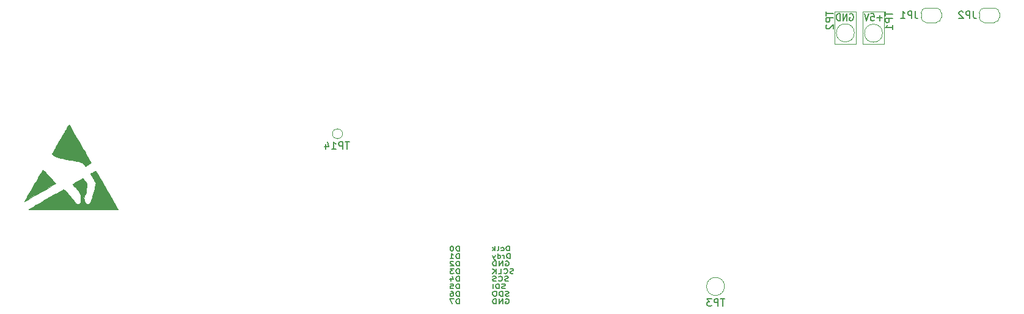
<source format=gbr>
%TF.GenerationSoftware,KiCad,Pcbnew,8.0.1*%
%TF.CreationDate,2024-06-09T19:14:10+02:00*%
%TF.ProjectId,daqIONA,64617149-4f4e-4412-9e6b-696361645f70,rev?*%
%TF.SameCoordinates,Original*%
%TF.FileFunction,Legend,Bot*%
%TF.FilePolarity,Positive*%
%FSLAX46Y46*%
G04 Gerber Fmt 4.6, Leading zero omitted, Abs format (unit mm)*
G04 Created by KiCad (PCBNEW 8.0.1) date 2024-06-09 19:14:10*
%MOMM*%
%LPD*%
G01*
G04 APERTURE LIST*
%ADD10C,0.100000*%
%ADD11C,0.150000*%
%ADD12C,0.145000*%
%ADD13C,0.120000*%
%ADD14C,0.010000*%
G04 APERTURE END LIST*
D10*
X192487500Y-96780000D02*
X195487500Y-96780000D01*
X195487500Y-101280000D01*
X192487500Y-101280000D01*
X192487500Y-96780000D01*
X188587500Y-96780000D02*
X191587500Y-96780000D01*
X191587500Y-101280000D01*
X188587500Y-101280000D01*
X188587500Y-96780000D01*
D11*
X195168280Y-97675116D02*
X194482566Y-97675116D01*
X194825423Y-98056069D02*
X194825423Y-97294164D01*
X193625422Y-97056069D02*
X194053994Y-97056069D01*
X194053994Y-97056069D02*
X194096851Y-97532259D01*
X194096851Y-97532259D02*
X194053994Y-97484640D01*
X194053994Y-97484640D02*
X193968280Y-97437021D01*
X193968280Y-97437021D02*
X193753994Y-97437021D01*
X193753994Y-97437021D02*
X193668280Y-97484640D01*
X193668280Y-97484640D02*
X193625422Y-97532259D01*
X193625422Y-97532259D02*
X193582565Y-97627497D01*
X193582565Y-97627497D02*
X193582565Y-97865592D01*
X193582565Y-97865592D02*
X193625422Y-97960830D01*
X193625422Y-97960830D02*
X193668280Y-98008450D01*
X193668280Y-98008450D02*
X193753994Y-98056069D01*
X193753994Y-98056069D02*
X193968280Y-98056069D01*
X193968280Y-98056069D02*
X194053994Y-98008450D01*
X194053994Y-98008450D02*
X194096851Y-97960830D01*
X193325422Y-97056069D02*
X193025422Y-98056069D01*
X193025422Y-98056069D02*
X192725422Y-97056069D01*
X190703101Y-97097438D02*
X190788816Y-97049819D01*
X190788816Y-97049819D02*
X190917387Y-97049819D01*
X190917387Y-97049819D02*
X191045958Y-97097438D01*
X191045958Y-97097438D02*
X191131673Y-97192676D01*
X191131673Y-97192676D02*
X191174530Y-97287914D01*
X191174530Y-97287914D02*
X191217387Y-97478390D01*
X191217387Y-97478390D02*
X191217387Y-97621247D01*
X191217387Y-97621247D02*
X191174530Y-97811723D01*
X191174530Y-97811723D02*
X191131673Y-97906961D01*
X191131673Y-97906961D02*
X191045958Y-98002200D01*
X191045958Y-98002200D02*
X190917387Y-98049819D01*
X190917387Y-98049819D02*
X190831673Y-98049819D01*
X190831673Y-98049819D02*
X190703101Y-98002200D01*
X190703101Y-98002200D02*
X190660244Y-97954580D01*
X190660244Y-97954580D02*
X190660244Y-97621247D01*
X190660244Y-97621247D02*
X190831673Y-97621247D01*
X190274530Y-98049819D02*
X190274530Y-97049819D01*
X190274530Y-97049819D02*
X189760244Y-98049819D01*
X189760244Y-98049819D02*
X189760244Y-97049819D01*
X189331673Y-98049819D02*
X189331673Y-97049819D01*
X189331673Y-97049819D02*
X189117387Y-97049819D01*
X189117387Y-97049819D02*
X188988816Y-97097438D01*
X188988816Y-97097438D02*
X188903101Y-97192676D01*
X188903101Y-97192676D02*
X188860244Y-97287914D01*
X188860244Y-97287914D02*
X188817387Y-97478390D01*
X188817387Y-97478390D02*
X188817387Y-97621247D01*
X188817387Y-97621247D02*
X188860244Y-97811723D01*
X188860244Y-97811723D02*
X188903101Y-97906961D01*
X188903101Y-97906961D02*
X188988816Y-98002200D01*
X188988816Y-98002200D02*
X189117387Y-98049819D01*
X189117387Y-98049819D02*
X189331673Y-98049819D01*
D12*
X143574917Y-129927664D02*
X143574917Y-129277664D01*
X143574917Y-129277664D02*
X143372536Y-129277664D01*
X143372536Y-129277664D02*
X143251107Y-129308616D01*
X143251107Y-129308616D02*
X143170155Y-129370521D01*
X143170155Y-129370521D02*
X143129678Y-129432426D01*
X143129678Y-129432426D02*
X143089202Y-129556235D01*
X143089202Y-129556235D02*
X143089202Y-129649092D01*
X143089202Y-129649092D02*
X143129678Y-129772902D01*
X143129678Y-129772902D02*
X143170155Y-129834807D01*
X143170155Y-129834807D02*
X143251107Y-129896712D01*
X143251107Y-129896712D02*
X143372536Y-129927664D01*
X143372536Y-129927664D02*
X143574917Y-129927664D01*
X142360631Y-129896712D02*
X142441583Y-129927664D01*
X142441583Y-129927664D02*
X142603488Y-129927664D01*
X142603488Y-129927664D02*
X142684440Y-129896712D01*
X142684440Y-129896712D02*
X142724917Y-129865759D01*
X142724917Y-129865759D02*
X142765393Y-129803854D01*
X142765393Y-129803854D02*
X142765393Y-129618140D01*
X142765393Y-129618140D02*
X142724917Y-129556235D01*
X142724917Y-129556235D02*
X142684440Y-129525283D01*
X142684440Y-129525283D02*
X142603488Y-129494331D01*
X142603488Y-129494331D02*
X142441583Y-129494331D01*
X142441583Y-129494331D02*
X142360631Y-129525283D01*
X141874917Y-129927664D02*
X141955869Y-129896712D01*
X141955869Y-129896712D02*
X141996346Y-129834807D01*
X141996346Y-129834807D02*
X141996346Y-129277664D01*
X141551108Y-129927664D02*
X141551108Y-129277664D01*
X141470155Y-129680045D02*
X141227298Y-129927664D01*
X141227298Y-129494331D02*
X141551108Y-129741950D01*
X143655870Y-130974128D02*
X143655870Y-130324128D01*
X143655870Y-130324128D02*
X143453489Y-130324128D01*
X143453489Y-130324128D02*
X143332060Y-130355080D01*
X143332060Y-130355080D02*
X143251108Y-130416985D01*
X143251108Y-130416985D02*
X143210631Y-130478890D01*
X143210631Y-130478890D02*
X143170155Y-130602699D01*
X143170155Y-130602699D02*
X143170155Y-130695556D01*
X143170155Y-130695556D02*
X143210631Y-130819366D01*
X143210631Y-130819366D02*
X143251108Y-130881271D01*
X143251108Y-130881271D02*
X143332060Y-130943176D01*
X143332060Y-130943176D02*
X143453489Y-130974128D01*
X143453489Y-130974128D02*
X143655870Y-130974128D01*
X142805870Y-130974128D02*
X142805870Y-130540795D01*
X142805870Y-130664604D02*
X142765393Y-130602699D01*
X142765393Y-130602699D02*
X142724917Y-130571747D01*
X142724917Y-130571747D02*
X142643965Y-130540795D01*
X142643965Y-130540795D02*
X142563012Y-130540795D01*
X141915394Y-130974128D02*
X141915394Y-130324128D01*
X141915394Y-130943176D02*
X141996346Y-130974128D01*
X141996346Y-130974128D02*
X142158251Y-130974128D01*
X142158251Y-130974128D02*
X142239203Y-130943176D01*
X142239203Y-130943176D02*
X142279680Y-130912223D01*
X142279680Y-130912223D02*
X142320156Y-130850318D01*
X142320156Y-130850318D02*
X142320156Y-130664604D01*
X142320156Y-130664604D02*
X142279680Y-130602699D01*
X142279680Y-130602699D02*
X142239203Y-130571747D01*
X142239203Y-130571747D02*
X142158251Y-130540795D01*
X142158251Y-130540795D02*
X141996346Y-130540795D01*
X141996346Y-130540795D02*
X141915394Y-130571747D01*
X141591584Y-130540795D02*
X141389203Y-130974128D01*
X141186822Y-130540795D02*
X141389203Y-130974128D01*
X141389203Y-130974128D02*
X141470155Y-131128890D01*
X141470155Y-131128890D02*
X141510632Y-131159842D01*
X141510632Y-131159842D02*
X141591584Y-131190795D01*
X143008250Y-131401544D02*
X143089203Y-131370592D01*
X143089203Y-131370592D02*
X143210631Y-131370592D01*
X143210631Y-131370592D02*
X143332060Y-131401544D01*
X143332060Y-131401544D02*
X143413012Y-131463449D01*
X143413012Y-131463449D02*
X143453489Y-131525354D01*
X143453489Y-131525354D02*
X143493965Y-131649163D01*
X143493965Y-131649163D02*
X143493965Y-131742020D01*
X143493965Y-131742020D02*
X143453489Y-131865830D01*
X143453489Y-131865830D02*
X143413012Y-131927735D01*
X143413012Y-131927735D02*
X143332060Y-131989640D01*
X143332060Y-131989640D02*
X143210631Y-132020592D01*
X143210631Y-132020592D02*
X143129679Y-132020592D01*
X143129679Y-132020592D02*
X143008250Y-131989640D01*
X143008250Y-131989640D02*
X142967774Y-131958687D01*
X142967774Y-131958687D02*
X142967774Y-131742020D01*
X142967774Y-131742020D02*
X143129679Y-131742020D01*
X142603489Y-132020592D02*
X142603489Y-131370592D01*
X142603489Y-131370592D02*
X142117774Y-132020592D01*
X142117774Y-132020592D02*
X142117774Y-131370592D01*
X141713013Y-132020592D02*
X141713013Y-131370592D01*
X141713013Y-131370592D02*
X141510632Y-131370592D01*
X141510632Y-131370592D02*
X141389203Y-131401544D01*
X141389203Y-131401544D02*
X141308251Y-131463449D01*
X141308251Y-131463449D02*
X141267774Y-131525354D01*
X141267774Y-131525354D02*
X141227298Y-131649163D01*
X141227298Y-131649163D02*
X141227298Y-131742020D01*
X141227298Y-131742020D02*
X141267774Y-131865830D01*
X141267774Y-131865830D02*
X141308251Y-131927735D01*
X141308251Y-131927735D02*
X141389203Y-131989640D01*
X141389203Y-131989640D02*
X141510632Y-132020592D01*
X141510632Y-132020592D02*
X141713013Y-132020592D01*
X144101108Y-133036104D02*
X143979679Y-133067056D01*
X143979679Y-133067056D02*
X143777298Y-133067056D01*
X143777298Y-133067056D02*
X143696346Y-133036104D01*
X143696346Y-133036104D02*
X143655870Y-133005151D01*
X143655870Y-133005151D02*
X143615393Y-132943246D01*
X143615393Y-132943246D02*
X143615393Y-132881342D01*
X143615393Y-132881342D02*
X143655870Y-132819437D01*
X143655870Y-132819437D02*
X143696346Y-132788484D01*
X143696346Y-132788484D02*
X143777298Y-132757532D01*
X143777298Y-132757532D02*
X143939203Y-132726580D01*
X143939203Y-132726580D02*
X144020155Y-132695627D01*
X144020155Y-132695627D02*
X144060632Y-132664675D01*
X144060632Y-132664675D02*
X144101108Y-132602770D01*
X144101108Y-132602770D02*
X144101108Y-132540865D01*
X144101108Y-132540865D02*
X144060632Y-132478961D01*
X144060632Y-132478961D02*
X144020155Y-132448008D01*
X144020155Y-132448008D02*
X143939203Y-132417056D01*
X143939203Y-132417056D02*
X143736822Y-132417056D01*
X143736822Y-132417056D02*
X143615393Y-132448008D01*
X142765393Y-133005151D02*
X142805869Y-133036104D01*
X142805869Y-133036104D02*
X142927298Y-133067056D01*
X142927298Y-133067056D02*
X143008250Y-133067056D01*
X143008250Y-133067056D02*
X143129679Y-133036104D01*
X143129679Y-133036104D02*
X143210631Y-132974199D01*
X143210631Y-132974199D02*
X143251108Y-132912294D01*
X143251108Y-132912294D02*
X143291584Y-132788484D01*
X143291584Y-132788484D02*
X143291584Y-132695627D01*
X143291584Y-132695627D02*
X143251108Y-132571818D01*
X143251108Y-132571818D02*
X143210631Y-132509913D01*
X143210631Y-132509913D02*
X143129679Y-132448008D01*
X143129679Y-132448008D02*
X143008250Y-132417056D01*
X143008250Y-132417056D02*
X142927298Y-132417056D01*
X142927298Y-132417056D02*
X142805869Y-132448008D01*
X142805869Y-132448008D02*
X142765393Y-132478961D01*
X141996346Y-133067056D02*
X142401108Y-133067056D01*
X142401108Y-133067056D02*
X142401108Y-132417056D01*
X141713013Y-133067056D02*
X141713013Y-132417056D01*
X141227298Y-133067056D02*
X141591584Y-132695627D01*
X141227298Y-132417056D02*
X141713013Y-132788484D01*
X143372537Y-134082568D02*
X143251108Y-134113520D01*
X143251108Y-134113520D02*
X143048727Y-134113520D01*
X143048727Y-134113520D02*
X142967775Y-134082568D01*
X142967775Y-134082568D02*
X142927299Y-134051615D01*
X142927299Y-134051615D02*
X142886822Y-133989710D01*
X142886822Y-133989710D02*
X142886822Y-133927806D01*
X142886822Y-133927806D02*
X142927299Y-133865901D01*
X142927299Y-133865901D02*
X142967775Y-133834948D01*
X142967775Y-133834948D02*
X143048727Y-133803996D01*
X143048727Y-133803996D02*
X143210632Y-133773044D01*
X143210632Y-133773044D02*
X143291584Y-133742091D01*
X143291584Y-133742091D02*
X143332061Y-133711139D01*
X143332061Y-133711139D02*
X143372537Y-133649234D01*
X143372537Y-133649234D02*
X143372537Y-133587329D01*
X143372537Y-133587329D02*
X143332061Y-133525425D01*
X143332061Y-133525425D02*
X143291584Y-133494472D01*
X143291584Y-133494472D02*
X143210632Y-133463520D01*
X143210632Y-133463520D02*
X143008251Y-133463520D01*
X143008251Y-133463520D02*
X142886822Y-133494472D01*
X142036822Y-134051615D02*
X142077298Y-134082568D01*
X142077298Y-134082568D02*
X142198727Y-134113520D01*
X142198727Y-134113520D02*
X142279679Y-134113520D01*
X142279679Y-134113520D02*
X142401108Y-134082568D01*
X142401108Y-134082568D02*
X142482060Y-134020663D01*
X142482060Y-134020663D02*
X142522537Y-133958758D01*
X142522537Y-133958758D02*
X142563013Y-133834948D01*
X142563013Y-133834948D02*
X142563013Y-133742091D01*
X142563013Y-133742091D02*
X142522537Y-133618282D01*
X142522537Y-133618282D02*
X142482060Y-133556377D01*
X142482060Y-133556377D02*
X142401108Y-133494472D01*
X142401108Y-133494472D02*
X142279679Y-133463520D01*
X142279679Y-133463520D02*
X142198727Y-133463520D01*
X142198727Y-133463520D02*
X142077298Y-133494472D01*
X142077298Y-133494472D02*
X142036822Y-133525425D01*
X141713013Y-134082568D02*
X141591584Y-134113520D01*
X141591584Y-134113520D02*
X141389203Y-134113520D01*
X141389203Y-134113520D02*
X141308251Y-134082568D01*
X141308251Y-134082568D02*
X141267775Y-134051615D01*
X141267775Y-134051615D02*
X141227298Y-133989710D01*
X141227298Y-133989710D02*
X141227298Y-133927806D01*
X141227298Y-133927806D02*
X141267775Y-133865901D01*
X141267775Y-133865901D02*
X141308251Y-133834948D01*
X141308251Y-133834948D02*
X141389203Y-133803996D01*
X141389203Y-133803996D02*
X141551108Y-133773044D01*
X141551108Y-133773044D02*
X141632060Y-133742091D01*
X141632060Y-133742091D02*
X141672537Y-133711139D01*
X141672537Y-133711139D02*
X141713013Y-133649234D01*
X141713013Y-133649234D02*
X141713013Y-133587329D01*
X141713013Y-133587329D02*
X141672537Y-133525425D01*
X141672537Y-133525425D02*
X141632060Y-133494472D01*
X141632060Y-133494472D02*
X141551108Y-133463520D01*
X141551108Y-133463520D02*
X141348727Y-133463520D01*
X141348727Y-133463520D02*
X141227298Y-133494472D01*
X142967775Y-135129032D02*
X142846346Y-135159984D01*
X142846346Y-135159984D02*
X142643965Y-135159984D01*
X142643965Y-135159984D02*
X142563013Y-135129032D01*
X142563013Y-135129032D02*
X142522537Y-135098079D01*
X142522537Y-135098079D02*
X142482060Y-135036174D01*
X142482060Y-135036174D02*
X142482060Y-134974270D01*
X142482060Y-134974270D02*
X142522537Y-134912365D01*
X142522537Y-134912365D02*
X142563013Y-134881412D01*
X142563013Y-134881412D02*
X142643965Y-134850460D01*
X142643965Y-134850460D02*
X142805870Y-134819508D01*
X142805870Y-134819508D02*
X142886822Y-134788555D01*
X142886822Y-134788555D02*
X142927299Y-134757603D01*
X142927299Y-134757603D02*
X142967775Y-134695698D01*
X142967775Y-134695698D02*
X142967775Y-134633793D01*
X142967775Y-134633793D02*
X142927299Y-134571889D01*
X142927299Y-134571889D02*
X142886822Y-134540936D01*
X142886822Y-134540936D02*
X142805870Y-134509984D01*
X142805870Y-134509984D02*
X142603489Y-134509984D01*
X142603489Y-134509984D02*
X142482060Y-134540936D01*
X142117775Y-135159984D02*
X142117775Y-134509984D01*
X142117775Y-134509984D02*
X141915394Y-134509984D01*
X141915394Y-134509984D02*
X141793965Y-134540936D01*
X141793965Y-134540936D02*
X141713013Y-134602841D01*
X141713013Y-134602841D02*
X141672536Y-134664746D01*
X141672536Y-134664746D02*
X141632060Y-134788555D01*
X141632060Y-134788555D02*
X141632060Y-134881412D01*
X141632060Y-134881412D02*
X141672536Y-135005222D01*
X141672536Y-135005222D02*
X141713013Y-135067127D01*
X141713013Y-135067127D02*
X141793965Y-135129032D01*
X141793965Y-135129032D02*
X141915394Y-135159984D01*
X141915394Y-135159984D02*
X142117775Y-135159984D01*
X141267775Y-135159984D02*
X141267775Y-134509984D01*
X143453489Y-136175496D02*
X143332060Y-136206448D01*
X143332060Y-136206448D02*
X143129679Y-136206448D01*
X143129679Y-136206448D02*
X143048727Y-136175496D01*
X143048727Y-136175496D02*
X143008251Y-136144543D01*
X143008251Y-136144543D02*
X142967774Y-136082638D01*
X142967774Y-136082638D02*
X142967774Y-136020734D01*
X142967774Y-136020734D02*
X143008251Y-135958829D01*
X143008251Y-135958829D02*
X143048727Y-135927876D01*
X143048727Y-135927876D02*
X143129679Y-135896924D01*
X143129679Y-135896924D02*
X143291584Y-135865972D01*
X143291584Y-135865972D02*
X143372536Y-135835019D01*
X143372536Y-135835019D02*
X143413013Y-135804067D01*
X143413013Y-135804067D02*
X143453489Y-135742162D01*
X143453489Y-135742162D02*
X143453489Y-135680257D01*
X143453489Y-135680257D02*
X143413013Y-135618353D01*
X143413013Y-135618353D02*
X143372536Y-135587400D01*
X143372536Y-135587400D02*
X143291584Y-135556448D01*
X143291584Y-135556448D02*
X143089203Y-135556448D01*
X143089203Y-135556448D02*
X142967774Y-135587400D01*
X142603489Y-136206448D02*
X142603489Y-135556448D01*
X142603489Y-135556448D02*
X142401108Y-135556448D01*
X142401108Y-135556448D02*
X142279679Y-135587400D01*
X142279679Y-135587400D02*
X142198727Y-135649305D01*
X142198727Y-135649305D02*
X142158250Y-135711210D01*
X142158250Y-135711210D02*
X142117774Y-135835019D01*
X142117774Y-135835019D02*
X142117774Y-135927876D01*
X142117774Y-135927876D02*
X142158250Y-136051686D01*
X142158250Y-136051686D02*
X142198727Y-136113591D01*
X142198727Y-136113591D02*
X142279679Y-136175496D01*
X142279679Y-136175496D02*
X142401108Y-136206448D01*
X142401108Y-136206448D02*
X142603489Y-136206448D01*
X141591584Y-135556448D02*
X141429679Y-135556448D01*
X141429679Y-135556448D02*
X141348727Y-135587400D01*
X141348727Y-135587400D02*
X141267774Y-135649305D01*
X141267774Y-135649305D02*
X141227298Y-135773115D01*
X141227298Y-135773115D02*
X141227298Y-135989781D01*
X141227298Y-135989781D02*
X141267774Y-136113591D01*
X141267774Y-136113591D02*
X141348727Y-136175496D01*
X141348727Y-136175496D02*
X141429679Y-136206448D01*
X141429679Y-136206448D02*
X141591584Y-136206448D01*
X141591584Y-136206448D02*
X141672536Y-136175496D01*
X141672536Y-136175496D02*
X141753489Y-136113591D01*
X141753489Y-136113591D02*
X141793965Y-135989781D01*
X141793965Y-135989781D02*
X141793965Y-135773115D01*
X141793965Y-135773115D02*
X141753489Y-135649305D01*
X141753489Y-135649305D02*
X141672536Y-135587400D01*
X141672536Y-135587400D02*
X141591584Y-135556448D01*
X143008250Y-136633864D02*
X143089203Y-136602912D01*
X143089203Y-136602912D02*
X143210631Y-136602912D01*
X143210631Y-136602912D02*
X143332060Y-136633864D01*
X143332060Y-136633864D02*
X143413012Y-136695769D01*
X143413012Y-136695769D02*
X143453489Y-136757674D01*
X143453489Y-136757674D02*
X143493965Y-136881483D01*
X143493965Y-136881483D02*
X143493965Y-136974340D01*
X143493965Y-136974340D02*
X143453489Y-137098150D01*
X143453489Y-137098150D02*
X143413012Y-137160055D01*
X143413012Y-137160055D02*
X143332060Y-137221960D01*
X143332060Y-137221960D02*
X143210631Y-137252912D01*
X143210631Y-137252912D02*
X143129679Y-137252912D01*
X143129679Y-137252912D02*
X143008250Y-137221960D01*
X143008250Y-137221960D02*
X142967774Y-137191007D01*
X142967774Y-137191007D02*
X142967774Y-136974340D01*
X142967774Y-136974340D02*
X143129679Y-136974340D01*
X142603489Y-137252912D02*
X142603489Y-136602912D01*
X142603489Y-136602912D02*
X142117774Y-137252912D01*
X142117774Y-137252912D02*
X142117774Y-136602912D01*
X141713013Y-137252912D02*
X141713013Y-136602912D01*
X141713013Y-136602912D02*
X141510632Y-136602912D01*
X141510632Y-136602912D02*
X141389203Y-136633864D01*
X141389203Y-136633864D02*
X141308251Y-136695769D01*
X141308251Y-136695769D02*
X141267774Y-136757674D01*
X141267774Y-136757674D02*
X141227298Y-136881483D01*
X141227298Y-136881483D02*
X141227298Y-136974340D01*
X141227298Y-136974340D02*
X141267774Y-137098150D01*
X141267774Y-137098150D02*
X141308251Y-137160055D01*
X141308251Y-137160055D02*
X141389203Y-137221960D01*
X141389203Y-137221960D02*
X141510632Y-137252912D01*
X141510632Y-137252912D02*
X141713013Y-137252912D01*
X136602225Y-129937664D02*
X136602225Y-129287664D01*
X136602225Y-129287664D02*
X136399844Y-129287664D01*
X136399844Y-129287664D02*
X136278415Y-129318616D01*
X136278415Y-129318616D02*
X136197463Y-129380521D01*
X136197463Y-129380521D02*
X136156986Y-129442426D01*
X136156986Y-129442426D02*
X136116510Y-129566235D01*
X136116510Y-129566235D02*
X136116510Y-129659092D01*
X136116510Y-129659092D02*
X136156986Y-129782902D01*
X136156986Y-129782902D02*
X136197463Y-129844807D01*
X136197463Y-129844807D02*
X136278415Y-129906712D01*
X136278415Y-129906712D02*
X136399844Y-129937664D01*
X136399844Y-129937664D02*
X136602225Y-129937664D01*
X135590320Y-129287664D02*
X135509367Y-129287664D01*
X135509367Y-129287664D02*
X135428415Y-129318616D01*
X135428415Y-129318616D02*
X135387939Y-129349569D01*
X135387939Y-129349569D02*
X135347463Y-129411473D01*
X135347463Y-129411473D02*
X135306986Y-129535283D01*
X135306986Y-129535283D02*
X135306986Y-129690045D01*
X135306986Y-129690045D02*
X135347463Y-129813854D01*
X135347463Y-129813854D02*
X135387939Y-129875759D01*
X135387939Y-129875759D02*
X135428415Y-129906712D01*
X135428415Y-129906712D02*
X135509367Y-129937664D01*
X135509367Y-129937664D02*
X135590320Y-129937664D01*
X135590320Y-129937664D02*
X135671272Y-129906712D01*
X135671272Y-129906712D02*
X135711748Y-129875759D01*
X135711748Y-129875759D02*
X135752225Y-129813854D01*
X135752225Y-129813854D02*
X135792701Y-129690045D01*
X135792701Y-129690045D02*
X135792701Y-129535283D01*
X135792701Y-129535283D02*
X135752225Y-129411473D01*
X135752225Y-129411473D02*
X135711748Y-129349569D01*
X135711748Y-129349569D02*
X135671272Y-129318616D01*
X135671272Y-129318616D02*
X135590320Y-129287664D01*
X136602225Y-130984128D02*
X136602225Y-130334128D01*
X136602225Y-130334128D02*
X136399844Y-130334128D01*
X136399844Y-130334128D02*
X136278415Y-130365080D01*
X136278415Y-130365080D02*
X136197463Y-130426985D01*
X136197463Y-130426985D02*
X136156986Y-130488890D01*
X136156986Y-130488890D02*
X136116510Y-130612699D01*
X136116510Y-130612699D02*
X136116510Y-130705556D01*
X136116510Y-130705556D02*
X136156986Y-130829366D01*
X136156986Y-130829366D02*
X136197463Y-130891271D01*
X136197463Y-130891271D02*
X136278415Y-130953176D01*
X136278415Y-130953176D02*
X136399844Y-130984128D01*
X136399844Y-130984128D02*
X136602225Y-130984128D01*
X135306986Y-130984128D02*
X135792701Y-130984128D01*
X135549844Y-130984128D02*
X135549844Y-130334128D01*
X135549844Y-130334128D02*
X135630796Y-130426985D01*
X135630796Y-130426985D02*
X135711748Y-130488890D01*
X135711748Y-130488890D02*
X135792701Y-130519842D01*
X136602225Y-132030592D02*
X136602225Y-131380592D01*
X136602225Y-131380592D02*
X136399844Y-131380592D01*
X136399844Y-131380592D02*
X136278415Y-131411544D01*
X136278415Y-131411544D02*
X136197463Y-131473449D01*
X136197463Y-131473449D02*
X136156986Y-131535354D01*
X136156986Y-131535354D02*
X136116510Y-131659163D01*
X136116510Y-131659163D02*
X136116510Y-131752020D01*
X136116510Y-131752020D02*
X136156986Y-131875830D01*
X136156986Y-131875830D02*
X136197463Y-131937735D01*
X136197463Y-131937735D02*
X136278415Y-131999640D01*
X136278415Y-131999640D02*
X136399844Y-132030592D01*
X136399844Y-132030592D02*
X136602225Y-132030592D01*
X135792701Y-131442497D02*
X135752225Y-131411544D01*
X135752225Y-131411544D02*
X135671272Y-131380592D01*
X135671272Y-131380592D02*
X135468891Y-131380592D01*
X135468891Y-131380592D02*
X135387939Y-131411544D01*
X135387939Y-131411544D02*
X135347463Y-131442497D01*
X135347463Y-131442497D02*
X135306986Y-131504401D01*
X135306986Y-131504401D02*
X135306986Y-131566306D01*
X135306986Y-131566306D02*
X135347463Y-131659163D01*
X135347463Y-131659163D02*
X135833177Y-132030592D01*
X135833177Y-132030592D02*
X135306986Y-132030592D01*
X136602225Y-133077056D02*
X136602225Y-132427056D01*
X136602225Y-132427056D02*
X136399844Y-132427056D01*
X136399844Y-132427056D02*
X136278415Y-132458008D01*
X136278415Y-132458008D02*
X136197463Y-132519913D01*
X136197463Y-132519913D02*
X136156986Y-132581818D01*
X136156986Y-132581818D02*
X136116510Y-132705627D01*
X136116510Y-132705627D02*
X136116510Y-132798484D01*
X136116510Y-132798484D02*
X136156986Y-132922294D01*
X136156986Y-132922294D02*
X136197463Y-132984199D01*
X136197463Y-132984199D02*
X136278415Y-133046104D01*
X136278415Y-133046104D02*
X136399844Y-133077056D01*
X136399844Y-133077056D02*
X136602225Y-133077056D01*
X135833177Y-132427056D02*
X135306986Y-132427056D01*
X135306986Y-132427056D02*
X135590320Y-132674675D01*
X135590320Y-132674675D02*
X135468891Y-132674675D01*
X135468891Y-132674675D02*
X135387939Y-132705627D01*
X135387939Y-132705627D02*
X135347463Y-132736580D01*
X135347463Y-132736580D02*
X135306986Y-132798484D01*
X135306986Y-132798484D02*
X135306986Y-132953246D01*
X135306986Y-132953246D02*
X135347463Y-133015151D01*
X135347463Y-133015151D02*
X135387939Y-133046104D01*
X135387939Y-133046104D02*
X135468891Y-133077056D01*
X135468891Y-133077056D02*
X135711748Y-133077056D01*
X135711748Y-133077056D02*
X135792701Y-133046104D01*
X135792701Y-133046104D02*
X135833177Y-133015151D01*
X136602225Y-134123520D02*
X136602225Y-133473520D01*
X136602225Y-133473520D02*
X136399844Y-133473520D01*
X136399844Y-133473520D02*
X136278415Y-133504472D01*
X136278415Y-133504472D02*
X136197463Y-133566377D01*
X136197463Y-133566377D02*
X136156986Y-133628282D01*
X136156986Y-133628282D02*
X136116510Y-133752091D01*
X136116510Y-133752091D02*
X136116510Y-133844948D01*
X136116510Y-133844948D02*
X136156986Y-133968758D01*
X136156986Y-133968758D02*
X136197463Y-134030663D01*
X136197463Y-134030663D02*
X136278415Y-134092568D01*
X136278415Y-134092568D02*
X136399844Y-134123520D01*
X136399844Y-134123520D02*
X136602225Y-134123520D01*
X135387939Y-133690187D02*
X135387939Y-134123520D01*
X135590320Y-133442568D02*
X135792701Y-133906853D01*
X135792701Y-133906853D02*
X135266510Y-133906853D01*
X136602225Y-135169984D02*
X136602225Y-134519984D01*
X136602225Y-134519984D02*
X136399844Y-134519984D01*
X136399844Y-134519984D02*
X136278415Y-134550936D01*
X136278415Y-134550936D02*
X136197463Y-134612841D01*
X136197463Y-134612841D02*
X136156986Y-134674746D01*
X136156986Y-134674746D02*
X136116510Y-134798555D01*
X136116510Y-134798555D02*
X136116510Y-134891412D01*
X136116510Y-134891412D02*
X136156986Y-135015222D01*
X136156986Y-135015222D02*
X136197463Y-135077127D01*
X136197463Y-135077127D02*
X136278415Y-135139032D01*
X136278415Y-135139032D02*
X136399844Y-135169984D01*
X136399844Y-135169984D02*
X136602225Y-135169984D01*
X135347463Y-134519984D02*
X135752225Y-134519984D01*
X135752225Y-134519984D02*
X135792701Y-134829508D01*
X135792701Y-134829508D02*
X135752225Y-134798555D01*
X135752225Y-134798555D02*
X135671272Y-134767603D01*
X135671272Y-134767603D02*
X135468891Y-134767603D01*
X135468891Y-134767603D02*
X135387939Y-134798555D01*
X135387939Y-134798555D02*
X135347463Y-134829508D01*
X135347463Y-134829508D02*
X135306986Y-134891412D01*
X135306986Y-134891412D02*
X135306986Y-135046174D01*
X135306986Y-135046174D02*
X135347463Y-135108079D01*
X135347463Y-135108079D02*
X135387939Y-135139032D01*
X135387939Y-135139032D02*
X135468891Y-135169984D01*
X135468891Y-135169984D02*
X135671272Y-135169984D01*
X135671272Y-135169984D02*
X135752225Y-135139032D01*
X135752225Y-135139032D02*
X135792701Y-135108079D01*
X136602225Y-136216448D02*
X136602225Y-135566448D01*
X136602225Y-135566448D02*
X136399844Y-135566448D01*
X136399844Y-135566448D02*
X136278415Y-135597400D01*
X136278415Y-135597400D02*
X136197463Y-135659305D01*
X136197463Y-135659305D02*
X136156986Y-135721210D01*
X136156986Y-135721210D02*
X136116510Y-135845019D01*
X136116510Y-135845019D02*
X136116510Y-135937876D01*
X136116510Y-135937876D02*
X136156986Y-136061686D01*
X136156986Y-136061686D02*
X136197463Y-136123591D01*
X136197463Y-136123591D02*
X136278415Y-136185496D01*
X136278415Y-136185496D02*
X136399844Y-136216448D01*
X136399844Y-136216448D02*
X136602225Y-136216448D01*
X135387939Y-135566448D02*
X135549844Y-135566448D01*
X135549844Y-135566448D02*
X135630796Y-135597400D01*
X135630796Y-135597400D02*
X135671272Y-135628353D01*
X135671272Y-135628353D02*
X135752225Y-135721210D01*
X135752225Y-135721210D02*
X135792701Y-135845019D01*
X135792701Y-135845019D02*
X135792701Y-136092638D01*
X135792701Y-136092638D02*
X135752225Y-136154543D01*
X135752225Y-136154543D02*
X135711748Y-136185496D01*
X135711748Y-136185496D02*
X135630796Y-136216448D01*
X135630796Y-136216448D02*
X135468891Y-136216448D01*
X135468891Y-136216448D02*
X135387939Y-136185496D01*
X135387939Y-136185496D02*
X135347463Y-136154543D01*
X135347463Y-136154543D02*
X135306986Y-136092638D01*
X135306986Y-136092638D02*
X135306986Y-135937876D01*
X135306986Y-135937876D02*
X135347463Y-135875972D01*
X135347463Y-135875972D02*
X135387939Y-135845019D01*
X135387939Y-135845019D02*
X135468891Y-135814067D01*
X135468891Y-135814067D02*
X135630796Y-135814067D01*
X135630796Y-135814067D02*
X135711748Y-135845019D01*
X135711748Y-135845019D02*
X135752225Y-135875972D01*
X135752225Y-135875972D02*
X135792701Y-135937876D01*
X136602225Y-137262912D02*
X136602225Y-136612912D01*
X136602225Y-136612912D02*
X136399844Y-136612912D01*
X136399844Y-136612912D02*
X136278415Y-136643864D01*
X136278415Y-136643864D02*
X136197463Y-136705769D01*
X136197463Y-136705769D02*
X136156986Y-136767674D01*
X136156986Y-136767674D02*
X136116510Y-136891483D01*
X136116510Y-136891483D02*
X136116510Y-136984340D01*
X136116510Y-136984340D02*
X136156986Y-137108150D01*
X136156986Y-137108150D02*
X136197463Y-137170055D01*
X136197463Y-137170055D02*
X136278415Y-137231960D01*
X136278415Y-137231960D02*
X136399844Y-137262912D01*
X136399844Y-137262912D02*
X136602225Y-137262912D01*
X135833177Y-136612912D02*
X135266510Y-136612912D01*
X135266510Y-136612912D02*
X135630796Y-137262912D01*
D11*
X207820833Y-96734819D02*
X207820833Y-97449104D01*
X207820833Y-97449104D02*
X207868452Y-97591961D01*
X207868452Y-97591961D02*
X207963690Y-97687200D01*
X207963690Y-97687200D02*
X208106547Y-97734819D01*
X208106547Y-97734819D02*
X208201785Y-97734819D01*
X207344642Y-97734819D02*
X207344642Y-96734819D01*
X207344642Y-96734819D02*
X206963690Y-96734819D01*
X206963690Y-96734819D02*
X206868452Y-96782438D01*
X206868452Y-96782438D02*
X206820833Y-96830057D01*
X206820833Y-96830057D02*
X206773214Y-96925295D01*
X206773214Y-96925295D02*
X206773214Y-97068152D01*
X206773214Y-97068152D02*
X206820833Y-97163390D01*
X206820833Y-97163390D02*
X206868452Y-97211009D01*
X206868452Y-97211009D02*
X206963690Y-97258628D01*
X206963690Y-97258628D02*
X207344642Y-97258628D01*
X206392261Y-96830057D02*
X206344642Y-96782438D01*
X206344642Y-96782438D02*
X206249404Y-96734819D01*
X206249404Y-96734819D02*
X206011309Y-96734819D01*
X206011309Y-96734819D02*
X205916071Y-96782438D01*
X205916071Y-96782438D02*
X205868452Y-96830057D01*
X205868452Y-96830057D02*
X205820833Y-96925295D01*
X205820833Y-96925295D02*
X205820833Y-97020533D01*
X205820833Y-97020533D02*
X205868452Y-97163390D01*
X205868452Y-97163390D02*
X206439880Y-97734819D01*
X206439880Y-97734819D02*
X205820833Y-97734819D01*
X187392319Y-96768095D02*
X187392319Y-97339523D01*
X188392319Y-97053809D02*
X187392319Y-97053809D01*
X188392319Y-97672857D02*
X187392319Y-97672857D01*
X187392319Y-97672857D02*
X187392319Y-98053809D01*
X187392319Y-98053809D02*
X187439938Y-98149047D01*
X187439938Y-98149047D02*
X187487557Y-98196666D01*
X187487557Y-98196666D02*
X187582795Y-98244285D01*
X187582795Y-98244285D02*
X187725652Y-98244285D01*
X187725652Y-98244285D02*
X187820890Y-98196666D01*
X187820890Y-98196666D02*
X187868509Y-98149047D01*
X187868509Y-98149047D02*
X187916128Y-98053809D01*
X187916128Y-98053809D02*
X187916128Y-97672857D01*
X187487557Y-98625238D02*
X187439938Y-98672857D01*
X187439938Y-98672857D02*
X187392319Y-98768095D01*
X187392319Y-98768095D02*
X187392319Y-99006190D01*
X187392319Y-99006190D02*
X187439938Y-99101428D01*
X187439938Y-99101428D02*
X187487557Y-99149047D01*
X187487557Y-99149047D02*
X187582795Y-99196666D01*
X187582795Y-99196666D02*
X187678033Y-99196666D01*
X187678033Y-99196666D02*
X187820890Y-99149047D01*
X187820890Y-99149047D02*
X188392319Y-98577619D01*
X188392319Y-98577619D02*
X188392319Y-99196666D01*
X199770833Y-96734819D02*
X199770833Y-97449104D01*
X199770833Y-97449104D02*
X199818452Y-97591961D01*
X199818452Y-97591961D02*
X199913690Y-97687200D01*
X199913690Y-97687200D02*
X200056547Y-97734819D01*
X200056547Y-97734819D02*
X200151785Y-97734819D01*
X199294642Y-97734819D02*
X199294642Y-96734819D01*
X199294642Y-96734819D02*
X198913690Y-96734819D01*
X198913690Y-96734819D02*
X198818452Y-96782438D01*
X198818452Y-96782438D02*
X198770833Y-96830057D01*
X198770833Y-96830057D02*
X198723214Y-96925295D01*
X198723214Y-96925295D02*
X198723214Y-97068152D01*
X198723214Y-97068152D02*
X198770833Y-97163390D01*
X198770833Y-97163390D02*
X198818452Y-97211009D01*
X198818452Y-97211009D02*
X198913690Y-97258628D01*
X198913690Y-97258628D02*
X199294642Y-97258628D01*
X197770833Y-97734819D02*
X198342261Y-97734819D01*
X198056547Y-97734819D02*
X198056547Y-96734819D01*
X198056547Y-96734819D02*
X198151785Y-96877676D01*
X198151785Y-96877676D02*
X198247023Y-96972914D01*
X198247023Y-96972914D02*
X198342261Y-97020533D01*
X121338094Y-114854819D02*
X120766666Y-114854819D01*
X121052380Y-115854819D02*
X121052380Y-114854819D01*
X120433332Y-115854819D02*
X120433332Y-114854819D01*
X120433332Y-114854819D02*
X120052380Y-114854819D01*
X120052380Y-114854819D02*
X119957142Y-114902438D01*
X119957142Y-114902438D02*
X119909523Y-114950057D01*
X119909523Y-114950057D02*
X119861904Y-115045295D01*
X119861904Y-115045295D02*
X119861904Y-115188152D01*
X119861904Y-115188152D02*
X119909523Y-115283390D01*
X119909523Y-115283390D02*
X119957142Y-115331009D01*
X119957142Y-115331009D02*
X120052380Y-115378628D01*
X120052380Y-115378628D02*
X120433332Y-115378628D01*
X118909523Y-115854819D02*
X119480951Y-115854819D01*
X119195237Y-115854819D02*
X119195237Y-114854819D01*
X119195237Y-114854819D02*
X119290475Y-114997676D01*
X119290475Y-114997676D02*
X119385713Y-115092914D01*
X119385713Y-115092914D02*
X119480951Y-115140533D01*
X118052380Y-115188152D02*
X118052380Y-115854819D01*
X118290475Y-114807200D02*
X118528570Y-115521485D01*
X118528570Y-115521485D02*
X117909523Y-115521485D01*
X173361904Y-136584819D02*
X172790476Y-136584819D01*
X173076190Y-137584819D02*
X173076190Y-136584819D01*
X172457142Y-137584819D02*
X172457142Y-136584819D01*
X172457142Y-136584819D02*
X172076190Y-136584819D01*
X172076190Y-136584819D02*
X171980952Y-136632438D01*
X171980952Y-136632438D02*
X171933333Y-136680057D01*
X171933333Y-136680057D02*
X171885714Y-136775295D01*
X171885714Y-136775295D02*
X171885714Y-136918152D01*
X171885714Y-136918152D02*
X171933333Y-137013390D01*
X171933333Y-137013390D02*
X171980952Y-137061009D01*
X171980952Y-137061009D02*
X172076190Y-137108628D01*
X172076190Y-137108628D02*
X172457142Y-137108628D01*
X171552380Y-136584819D02*
X170933333Y-136584819D01*
X170933333Y-136584819D02*
X171266666Y-136965771D01*
X171266666Y-136965771D02*
X171123809Y-136965771D01*
X171123809Y-136965771D02*
X171028571Y-137013390D01*
X171028571Y-137013390D02*
X170980952Y-137061009D01*
X170980952Y-137061009D02*
X170933333Y-137156247D01*
X170933333Y-137156247D02*
X170933333Y-137394342D01*
X170933333Y-137394342D02*
X170980952Y-137489580D01*
X170980952Y-137489580D02*
X171028571Y-137537200D01*
X171028571Y-137537200D02*
X171123809Y-137584819D01*
X171123809Y-137584819D02*
X171409523Y-137584819D01*
X171409523Y-137584819D02*
X171504761Y-137537200D01*
X171504761Y-137537200D02*
X171552380Y-137489580D01*
X195642319Y-96818095D02*
X195642319Y-97389523D01*
X196642319Y-97103809D02*
X195642319Y-97103809D01*
X196642319Y-97722857D02*
X195642319Y-97722857D01*
X195642319Y-97722857D02*
X195642319Y-98103809D01*
X195642319Y-98103809D02*
X195689938Y-98199047D01*
X195689938Y-98199047D02*
X195737557Y-98246666D01*
X195737557Y-98246666D02*
X195832795Y-98294285D01*
X195832795Y-98294285D02*
X195975652Y-98294285D01*
X195975652Y-98294285D02*
X196070890Y-98246666D01*
X196070890Y-98246666D02*
X196118509Y-98199047D01*
X196118509Y-98199047D02*
X196166128Y-98103809D01*
X196166128Y-98103809D02*
X196166128Y-97722857D01*
X196642319Y-99246666D02*
X196642319Y-98675238D01*
X196642319Y-98960952D02*
X195642319Y-98960952D01*
X195642319Y-98960952D02*
X195785176Y-98865714D01*
X195785176Y-98865714D02*
X195880414Y-98770476D01*
X195880414Y-98770476D02*
X195928033Y-98675238D01*
D13*
%TO.C,JP2*%
X208637500Y-97580000D02*
X208637500Y-96980000D01*
X209337500Y-96280000D02*
X210737500Y-96280000D01*
X210737500Y-98280000D02*
X209337500Y-98280000D01*
X211437500Y-96980000D02*
X211437500Y-97580000D01*
X208637500Y-96980000D02*
G75*
G02*
X209337500Y-96280000I699999J1D01*
G01*
X209337500Y-98280000D02*
G75*
G02*
X208637500Y-97580000I-1J699999D01*
G01*
X210737500Y-96280000D02*
G75*
G02*
X211437500Y-96980000I0J-700000D01*
G01*
X211437500Y-97580000D02*
G75*
G02*
X210737500Y-98280000I-700000J0D01*
G01*
D14*
%TO.C,REF\u002A\u002A*%
X78965672Y-118774726D02*
X78994047Y-118802065D01*
X79076784Y-118885439D01*
X79186214Y-118998945D01*
X79317021Y-119136795D01*
X79463886Y-119293198D01*
X79621492Y-119462365D01*
X79784521Y-119638506D01*
X79947655Y-119815832D01*
X80105576Y-119988553D01*
X80252966Y-120150879D01*
X80384508Y-120297020D01*
X80494883Y-120421188D01*
X80578773Y-120517591D01*
X80630862Y-120580441D01*
X80645830Y-120603948D01*
X80640693Y-120606544D01*
X80591570Y-120633957D01*
X80494409Y-120689227D01*
X80353304Y-120769996D01*
X80172347Y-120873910D01*
X79955630Y-120998610D01*
X79707248Y-121141743D01*
X79431291Y-121300950D01*
X79131853Y-121473877D01*
X78813026Y-121658167D01*
X78478903Y-121851464D01*
X78354016Y-121923735D01*
X78025767Y-122113613D01*
X77714716Y-122293428D01*
X77424909Y-122460848D01*
X77160391Y-122613542D01*
X76925208Y-122749178D01*
X76723405Y-122865422D01*
X76559027Y-122959942D01*
X76436119Y-123030407D01*
X76358728Y-123074484D01*
X76330898Y-123089841D01*
X76332150Y-123081663D01*
X76354986Y-123034661D01*
X76396987Y-122959573D01*
X76422752Y-122915128D01*
X76477545Y-122820347D01*
X76558174Y-122680755D01*
X76662019Y-122500889D01*
X76786462Y-122285284D01*
X76928886Y-122038480D01*
X77086670Y-121765012D01*
X77257197Y-121469418D01*
X77437848Y-121156235D01*
X77626005Y-120830000D01*
X77810243Y-120510646D01*
X77989360Y-120200374D01*
X78157787Y-119908824D01*
X78312994Y-119640367D01*
X78452451Y-119399370D01*
X78573628Y-119190204D01*
X78673996Y-119017238D01*
X78751025Y-118884843D01*
X78802184Y-118797386D01*
X78824944Y-118759238D01*
X78871641Y-118686403D01*
X78965672Y-118774726D01*
G36*
X78965672Y-118774726D02*
G01*
X78994047Y-118802065D01*
X79076784Y-118885439D01*
X79186214Y-118998945D01*
X79317021Y-119136795D01*
X79463886Y-119293198D01*
X79621492Y-119462365D01*
X79784521Y-119638506D01*
X79947655Y-119815832D01*
X80105576Y-119988553D01*
X80252966Y-120150879D01*
X80384508Y-120297020D01*
X80494883Y-120421188D01*
X80578773Y-120517591D01*
X80630862Y-120580441D01*
X80645830Y-120603948D01*
X80640693Y-120606544D01*
X80591570Y-120633957D01*
X80494409Y-120689227D01*
X80353304Y-120769996D01*
X80172347Y-120873910D01*
X79955630Y-120998610D01*
X79707248Y-121141743D01*
X79431291Y-121300950D01*
X79131853Y-121473877D01*
X78813026Y-121658167D01*
X78478903Y-121851464D01*
X78354016Y-121923735D01*
X78025767Y-122113613D01*
X77714716Y-122293428D01*
X77424909Y-122460848D01*
X77160391Y-122613542D01*
X76925208Y-122749178D01*
X76723405Y-122865422D01*
X76559027Y-122959942D01*
X76436119Y-123030407D01*
X76358728Y-123074484D01*
X76330898Y-123089841D01*
X76332150Y-123081663D01*
X76354986Y-123034661D01*
X76396987Y-122959573D01*
X76422752Y-122915128D01*
X76477545Y-122820347D01*
X76558174Y-122680755D01*
X76662019Y-122500889D01*
X76786462Y-122285284D01*
X76928886Y-122038480D01*
X77086670Y-121765012D01*
X77257197Y-121469418D01*
X77437848Y-121156235D01*
X77626005Y-120830000D01*
X77810243Y-120510646D01*
X77989360Y-120200374D01*
X78157787Y-119908824D01*
X78312994Y-119640367D01*
X78452451Y-119399370D01*
X78573628Y-119190204D01*
X78673996Y-119017238D01*
X78751025Y-118884843D01*
X78802184Y-118797386D01*
X78824944Y-118759238D01*
X78871641Y-118686403D01*
X78965672Y-118774726D01*
G37*
X82491121Y-112436350D02*
X82514186Y-112471023D01*
X82565001Y-112554324D01*
X82641015Y-112681823D01*
X82739674Y-112849091D01*
X82858426Y-113051699D01*
X82994719Y-113285218D01*
X83146001Y-113545216D01*
X83309719Y-113827266D01*
X83483320Y-114126937D01*
X83664253Y-114439801D01*
X83849964Y-114761427D01*
X84037902Y-115087386D01*
X84225515Y-115413248D01*
X84410249Y-115734584D01*
X84589552Y-116046965D01*
X84760872Y-116345961D01*
X84921657Y-116627143D01*
X85069354Y-116886080D01*
X85201411Y-117118344D01*
X85315275Y-117319505D01*
X85408395Y-117485134D01*
X85478217Y-117610800D01*
X85522189Y-117692075D01*
X85537759Y-117724529D01*
X85537774Y-117724776D01*
X85512666Y-117758832D01*
X85440517Y-117816559D01*
X85328834Y-117892494D01*
X85185122Y-117981175D01*
X85088746Y-118037905D01*
X84950065Y-118116793D01*
X84853469Y-118166509D01*
X84792485Y-118189849D01*
X84760640Y-118189612D01*
X84751464Y-118168594D01*
X84750765Y-118165167D01*
X84724537Y-118123364D01*
X84668000Y-118052279D01*
X84591572Y-117965167D01*
X84556311Y-117927750D01*
X84446964Y-117827024D01*
X84326044Y-117740931D01*
X84186365Y-117666947D01*
X84020741Y-117602546D01*
X83821985Y-117545204D01*
X83582910Y-117492397D01*
X83296332Y-117441600D01*
X82955063Y-117390290D01*
X82562269Y-117332454D01*
X82182549Y-117270346D01*
X81850521Y-117208088D01*
X81558764Y-117143884D01*
X81299854Y-117075938D01*
X81066367Y-117002453D01*
X80850881Y-116921635D01*
X80645971Y-116831687D01*
X80495377Y-116757509D01*
X80351530Y-116679450D01*
X80237773Y-116609764D01*
X80162998Y-116553930D01*
X80136098Y-116517429D01*
X80136892Y-116514740D01*
X80158561Y-116471724D01*
X80207690Y-116381645D01*
X80281371Y-116249544D01*
X80376695Y-116080466D01*
X80490753Y-115879455D01*
X80620637Y-115651552D01*
X80763438Y-115401802D01*
X80916248Y-115135248D01*
X81076158Y-114856934D01*
X81240260Y-114571902D01*
X81405644Y-114285197D01*
X81569403Y-114001860D01*
X81728627Y-113726937D01*
X81880408Y-113465469D01*
X82021838Y-113222501D01*
X82150008Y-113003076D01*
X82262009Y-112812237D01*
X82354933Y-112655028D01*
X82425871Y-112536491D01*
X82471915Y-112461671D01*
X82490155Y-112435610D01*
X82491121Y-112436350D01*
G36*
X82491121Y-112436350D02*
G01*
X82514186Y-112471023D01*
X82565001Y-112554324D01*
X82641015Y-112681823D01*
X82739674Y-112849091D01*
X82858426Y-113051699D01*
X82994719Y-113285218D01*
X83146001Y-113545216D01*
X83309719Y-113827266D01*
X83483320Y-114126937D01*
X83664253Y-114439801D01*
X83849964Y-114761427D01*
X84037902Y-115087386D01*
X84225515Y-115413248D01*
X84410249Y-115734584D01*
X84589552Y-116046965D01*
X84760872Y-116345961D01*
X84921657Y-116627143D01*
X85069354Y-116886080D01*
X85201411Y-117118344D01*
X85315275Y-117319505D01*
X85408395Y-117485134D01*
X85478217Y-117610800D01*
X85522189Y-117692075D01*
X85537759Y-117724529D01*
X85537774Y-117724776D01*
X85512666Y-117758832D01*
X85440517Y-117816559D01*
X85328834Y-117892494D01*
X85185122Y-117981175D01*
X85088746Y-118037905D01*
X84950065Y-118116793D01*
X84853469Y-118166509D01*
X84792485Y-118189849D01*
X84760640Y-118189612D01*
X84751464Y-118168594D01*
X84750765Y-118165167D01*
X84724537Y-118123364D01*
X84668000Y-118052279D01*
X84591572Y-117965167D01*
X84556311Y-117927750D01*
X84446964Y-117827024D01*
X84326044Y-117740931D01*
X84186365Y-117666947D01*
X84020741Y-117602546D01*
X83821985Y-117545204D01*
X83582910Y-117492397D01*
X83296332Y-117441600D01*
X82955063Y-117390290D01*
X82562269Y-117332454D01*
X82182549Y-117270346D01*
X81850521Y-117208088D01*
X81558764Y-117143884D01*
X81299854Y-117075938D01*
X81066367Y-117002453D01*
X80850881Y-116921635D01*
X80645971Y-116831687D01*
X80495377Y-116757509D01*
X80351530Y-116679450D01*
X80237773Y-116609764D01*
X80162998Y-116553930D01*
X80136098Y-116517429D01*
X80136892Y-116514740D01*
X80158561Y-116471724D01*
X80207690Y-116381645D01*
X80281371Y-116249544D01*
X80376695Y-116080466D01*
X80490753Y-115879455D01*
X80620637Y-115651552D01*
X80763438Y-115401802D01*
X80916248Y-115135248D01*
X81076158Y-114856934D01*
X81240260Y-114571902D01*
X81405644Y-114285197D01*
X81569403Y-114001860D01*
X81728627Y-113726937D01*
X81880408Y-113465469D01*
X82021838Y-113222501D01*
X82150008Y-113003076D01*
X82262009Y-112812237D01*
X82354933Y-112655028D01*
X82425871Y-112536491D01*
X82471915Y-112461671D01*
X82490155Y-112435610D01*
X82491121Y-112436350D01*
G37*
X86220095Y-118882080D02*
X86231604Y-118899250D01*
X86272730Y-118966692D01*
X86340359Y-119080401D01*
X86431901Y-119235937D01*
X86544767Y-119428864D01*
X86676368Y-119654743D01*
X86824116Y-119909136D01*
X86985422Y-120187606D01*
X87157696Y-120485715D01*
X87338351Y-120799025D01*
X87387895Y-120885043D01*
X87583800Y-121225151D01*
X87781018Y-121567509D01*
X87975520Y-121905125D01*
X88163277Y-122231007D01*
X88340262Y-122538164D01*
X88502444Y-122819603D01*
X88645796Y-123068332D01*
X88766289Y-123277360D01*
X88859894Y-123439695D01*
X89302061Y-124206342D01*
X83102152Y-124206342D01*
X82845843Y-124206319D01*
X82235000Y-124206085D01*
X81642864Y-124205604D01*
X81072319Y-124204889D01*
X80526247Y-124203952D01*
X80007531Y-124202807D01*
X79519054Y-124201464D01*
X79063699Y-124199937D01*
X78644348Y-124198238D01*
X78263886Y-124196379D01*
X77925194Y-124194373D01*
X77631156Y-124192231D01*
X77384654Y-124189966D01*
X77188572Y-124187592D01*
X77045792Y-124185118D01*
X76959197Y-124182560D01*
X76931671Y-124179927D01*
X76952109Y-124166608D01*
X77022622Y-124124167D01*
X77138443Y-124055841D01*
X77294861Y-123964342D01*
X77487166Y-123852380D01*
X77710646Y-123722666D01*
X77960592Y-123577908D01*
X78232292Y-123420819D01*
X78521036Y-123254109D01*
X78822112Y-123080487D01*
X79130811Y-122902665D01*
X79442421Y-122723352D01*
X79752232Y-122545259D01*
X80055533Y-122371097D01*
X80347613Y-122203576D01*
X80623762Y-122045406D01*
X80879268Y-121899298D01*
X81109422Y-121767962D01*
X81309512Y-121654109D01*
X81474828Y-121560449D01*
X81600659Y-121489692D01*
X81682294Y-121444548D01*
X81715022Y-121427729D01*
X81736379Y-121431898D01*
X81800716Y-121469817D01*
X81892443Y-121540065D01*
X82001480Y-121635339D01*
X82099690Y-121730713D01*
X82224778Y-121860633D01*
X82364737Y-122012311D01*
X82512393Y-122177396D01*
X82660571Y-122347536D01*
X82802097Y-122514381D01*
X82929797Y-122669578D01*
X83036495Y-122804778D01*
X83115018Y-122911628D01*
X83158191Y-122981778D01*
X83187012Y-123033010D01*
X83265287Y-123139032D01*
X83365917Y-123251825D01*
X83474553Y-123356924D01*
X83576848Y-123439861D01*
X83658455Y-123486172D01*
X83748584Y-123496876D01*
X83868853Y-123467291D01*
X83983158Y-123399453D01*
X84071866Y-123302106D01*
X84087227Y-123276850D01*
X84106784Y-123235487D01*
X84119531Y-123185708D01*
X84126285Y-123116819D01*
X84127863Y-123018124D01*
X84125082Y-122878929D01*
X84118762Y-122688537D01*
X84114233Y-122578404D01*
X84104609Y-122404234D01*
X84093251Y-122251799D01*
X84081217Y-122134498D01*
X84069566Y-122065732D01*
X84041358Y-121987176D01*
X83957733Y-121832480D01*
X83827790Y-121649183D01*
X83649941Y-121435134D01*
X83422600Y-121188180D01*
X83323944Y-121084132D01*
X83209876Y-120961393D01*
X83115729Y-120857330D01*
X83049248Y-120780533D01*
X83018178Y-120739593D01*
X83014984Y-120733092D01*
X83011154Y-120705107D01*
X83030290Y-120674078D01*
X83080230Y-120633319D01*
X83168813Y-120576143D01*
X83303876Y-120495864D01*
X83418695Y-120428844D01*
X83629984Y-120306247D01*
X83796342Y-120211018D01*
X83923356Y-120140066D01*
X84016613Y-120090299D01*
X84081701Y-120058626D01*
X84124208Y-120041954D01*
X84168194Y-120023456D01*
X84193903Y-119998615D01*
X84196308Y-119992756D01*
X84233923Y-119960168D01*
X84302670Y-119918196D01*
X84411438Y-119859621D01*
X84491748Y-119934384D01*
X84520115Y-119964673D01*
X84586111Y-120046987D01*
X84666693Y-120156891D01*
X84750365Y-120279062D01*
X84928672Y-120548978D01*
X84914678Y-121948470D01*
X84812787Y-122047467D01*
X84778549Y-122082759D01*
X84668753Y-122241320D01*
X84604661Y-122429870D01*
X84582824Y-122657561D01*
X84588247Y-122779559D01*
X84626522Y-122994756D01*
X84696282Y-123191166D01*
X84791484Y-123348764D01*
X84857590Y-123406228D01*
X84975099Y-123449875D01*
X85108122Y-123454909D01*
X85239632Y-123423656D01*
X85352603Y-123358440D01*
X85430007Y-123261586D01*
X85432540Y-123256337D01*
X85479327Y-123160451D01*
X85528879Y-123060244D01*
X85570945Y-122966174D01*
X85631288Y-122807621D01*
X85697864Y-122612145D01*
X85768359Y-122388457D01*
X85840458Y-122145269D01*
X85911850Y-121891290D01*
X85980220Y-121635232D01*
X86043254Y-121385804D01*
X86098640Y-121151719D01*
X86144064Y-120941687D01*
X86177212Y-120764418D01*
X86195771Y-120628624D01*
X86197428Y-120543014D01*
X86193695Y-120523565D01*
X86157317Y-120425112D01*
X86089814Y-120293398D01*
X85997110Y-120140331D01*
X85961529Y-120085170D01*
X85818565Y-119860245D01*
X85697040Y-119663544D01*
X85599634Y-119499665D01*
X85529029Y-119373210D01*
X85487904Y-119288780D01*
X85478939Y-119250974D01*
X85479977Y-119249641D01*
X85517090Y-119222410D01*
X85596404Y-119172638D01*
X85707053Y-119106952D01*
X85838168Y-119031977D01*
X85849253Y-119025752D01*
X85991615Y-118947425D01*
X86090763Y-118897473D01*
X86155813Y-118872317D01*
X86195885Y-118868379D01*
X86220095Y-118882080D01*
G36*
X86220095Y-118882080D02*
G01*
X86231604Y-118899250D01*
X86272730Y-118966692D01*
X86340359Y-119080401D01*
X86431901Y-119235937D01*
X86544767Y-119428864D01*
X86676368Y-119654743D01*
X86824116Y-119909136D01*
X86985422Y-120187606D01*
X87157696Y-120485715D01*
X87338351Y-120799025D01*
X87387895Y-120885043D01*
X87583800Y-121225151D01*
X87781018Y-121567509D01*
X87975520Y-121905125D01*
X88163277Y-122231007D01*
X88340262Y-122538164D01*
X88502444Y-122819603D01*
X88645796Y-123068332D01*
X88766289Y-123277360D01*
X88859894Y-123439695D01*
X89302061Y-124206342D01*
X83102152Y-124206342D01*
X82845843Y-124206319D01*
X82235000Y-124206085D01*
X81642864Y-124205604D01*
X81072319Y-124204889D01*
X80526247Y-124203952D01*
X80007531Y-124202807D01*
X79519054Y-124201464D01*
X79063699Y-124199937D01*
X78644348Y-124198238D01*
X78263886Y-124196379D01*
X77925194Y-124194373D01*
X77631156Y-124192231D01*
X77384654Y-124189966D01*
X77188572Y-124187592D01*
X77045792Y-124185118D01*
X76959197Y-124182560D01*
X76931671Y-124179927D01*
X76952109Y-124166608D01*
X77022622Y-124124167D01*
X77138443Y-124055841D01*
X77294861Y-123964342D01*
X77487166Y-123852380D01*
X77710646Y-123722666D01*
X77960592Y-123577908D01*
X78232292Y-123420819D01*
X78521036Y-123254109D01*
X78822112Y-123080487D01*
X79130811Y-122902665D01*
X79442421Y-122723352D01*
X79752232Y-122545259D01*
X80055533Y-122371097D01*
X80347613Y-122203576D01*
X80623762Y-122045406D01*
X80879268Y-121899298D01*
X81109422Y-121767962D01*
X81309512Y-121654109D01*
X81474828Y-121560449D01*
X81600659Y-121489692D01*
X81682294Y-121444548D01*
X81715022Y-121427729D01*
X81736379Y-121431898D01*
X81800716Y-121469817D01*
X81892443Y-121540065D01*
X82001480Y-121635339D01*
X82099690Y-121730713D01*
X82224778Y-121860633D01*
X82364737Y-122012311D01*
X82512393Y-122177396D01*
X82660571Y-122347536D01*
X82802097Y-122514381D01*
X82929797Y-122669578D01*
X83036495Y-122804778D01*
X83115018Y-122911628D01*
X83158191Y-122981778D01*
X83187012Y-123033010D01*
X83265287Y-123139032D01*
X83365917Y-123251825D01*
X83474553Y-123356924D01*
X83576848Y-123439861D01*
X83658455Y-123486172D01*
X83748584Y-123496876D01*
X83868853Y-123467291D01*
X83983158Y-123399453D01*
X84071866Y-123302106D01*
X84087227Y-123276850D01*
X84106784Y-123235487D01*
X84119531Y-123185708D01*
X84126285Y-123116819D01*
X84127863Y-123018124D01*
X84125082Y-122878929D01*
X84118762Y-122688537D01*
X84114233Y-122578404D01*
X84104609Y-122404234D01*
X84093251Y-122251799D01*
X84081217Y-122134498D01*
X84069566Y-122065732D01*
X84041358Y-121987176D01*
X83957733Y-121832480D01*
X83827790Y-121649183D01*
X83649941Y-121435134D01*
X83422600Y-121188180D01*
X83323944Y-121084132D01*
X83209876Y-120961393D01*
X83115729Y-120857330D01*
X83049248Y-120780533D01*
X83018178Y-120739593D01*
X83014984Y-120733092D01*
X83011154Y-120705107D01*
X83030290Y-120674078D01*
X83080230Y-120633319D01*
X83168813Y-120576143D01*
X83303876Y-120495864D01*
X83418695Y-120428844D01*
X83629984Y-120306247D01*
X83796342Y-120211018D01*
X83923356Y-120140066D01*
X84016613Y-120090299D01*
X84081701Y-120058626D01*
X84124208Y-120041954D01*
X84168194Y-120023456D01*
X84193903Y-119998615D01*
X84196308Y-119992756D01*
X84233923Y-119960168D01*
X84302670Y-119918196D01*
X84411438Y-119859621D01*
X84491748Y-119934384D01*
X84520115Y-119964673D01*
X84586111Y-120046987D01*
X84666693Y-120156891D01*
X84750365Y-120279062D01*
X84928672Y-120548978D01*
X84914678Y-121948470D01*
X84812787Y-122047467D01*
X84778549Y-122082759D01*
X84668753Y-122241320D01*
X84604661Y-122429870D01*
X84582824Y-122657561D01*
X84588247Y-122779559D01*
X84626522Y-122994756D01*
X84696282Y-123191166D01*
X84791484Y-123348764D01*
X84857590Y-123406228D01*
X84975099Y-123449875D01*
X85108122Y-123454909D01*
X85239632Y-123423656D01*
X85352603Y-123358440D01*
X85430007Y-123261586D01*
X85432540Y-123256337D01*
X85479327Y-123160451D01*
X85528879Y-123060244D01*
X85570945Y-122966174D01*
X85631288Y-122807621D01*
X85697864Y-122612145D01*
X85768359Y-122388457D01*
X85840458Y-122145269D01*
X85911850Y-121891290D01*
X85980220Y-121635232D01*
X86043254Y-121385804D01*
X86098640Y-121151719D01*
X86144064Y-120941687D01*
X86177212Y-120764418D01*
X86195771Y-120628624D01*
X86197428Y-120543014D01*
X86193695Y-120523565D01*
X86157317Y-120425112D01*
X86089814Y-120293398D01*
X85997110Y-120140331D01*
X85961529Y-120085170D01*
X85818565Y-119860245D01*
X85697040Y-119663544D01*
X85599634Y-119499665D01*
X85529029Y-119373210D01*
X85487904Y-119288780D01*
X85478939Y-119250974D01*
X85479977Y-119249641D01*
X85517090Y-119222410D01*
X85596404Y-119172638D01*
X85707053Y-119106952D01*
X85838168Y-119031977D01*
X85849253Y-119025752D01*
X85991615Y-118947425D01*
X86090763Y-118897473D01*
X86155813Y-118872317D01*
X86195885Y-118868379D01*
X86220095Y-118882080D01*
G37*
D13*
%TO.C,TP2*%
X191338500Y-99730000D02*
G75*
G02*
X188836500Y-99730000I-1251000J0D01*
G01*
X188836500Y-99730000D02*
G75*
G02*
X191338500Y-99730000I1251000J0D01*
G01*
%TO.C,JP1*%
X200587500Y-97580000D02*
X200587500Y-96980000D01*
X201287500Y-96280000D02*
X202687500Y-96280000D01*
X202687500Y-98280000D02*
X201287500Y-98280000D01*
X203387500Y-96980000D02*
X203387500Y-97580000D01*
X200587500Y-96980000D02*
G75*
G02*
X201287500Y-96280000I699999J1D01*
G01*
X201287500Y-98280000D02*
G75*
G02*
X200587500Y-97580000I-1J699999D01*
G01*
X202687500Y-96280000D02*
G75*
G02*
X203387500Y-96980000I0J-700000D01*
G01*
X203387500Y-97580000D02*
G75*
G02*
X202687500Y-98280000I-700000J0D01*
G01*
%TO.C,TP14*%
X120410000Y-113720000D02*
G75*
G02*
X119010000Y-113720000I-700000J0D01*
G01*
X119010000Y-113720000D02*
G75*
G02*
X120410000Y-113720000I700000J0D01*
G01*
%TO.C,TP3*%
X173351000Y-134880000D02*
G75*
G02*
X170849000Y-134880000I-1251000J0D01*
G01*
X170849000Y-134880000D02*
G75*
G02*
X173351000Y-134880000I1251000J0D01*
G01*
%TO.C,TP1*%
X195238500Y-99780000D02*
G75*
G02*
X192736500Y-99780000I-1251000J0D01*
G01*
X192736500Y-99780000D02*
G75*
G02*
X195238500Y-99780000I1251000J0D01*
G01*
%TD*%
M02*

</source>
